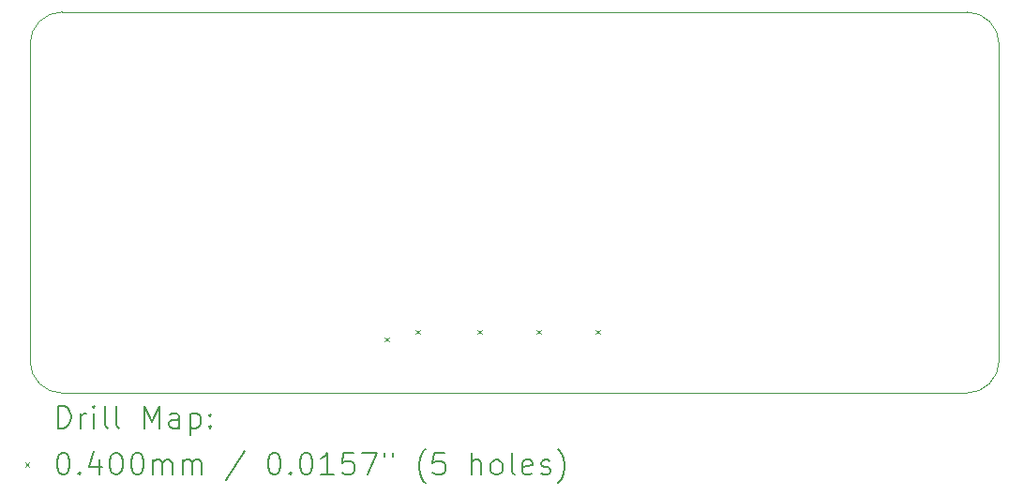
<source format=gbr>
%TF.GenerationSoftware,KiCad,Pcbnew,8.0.0*%
%TF.CreationDate,2024-12-06T13:07:06-06:00*%
%TF.ProjectId,led_segment,6c65645f-7365-4676-9d65-6e742e6b6963,rev?*%
%TF.SameCoordinates,Original*%
%TF.FileFunction,Drillmap*%
%TF.FilePolarity,Positive*%
%FSLAX45Y45*%
G04 Gerber Fmt 4.5, Leading zero omitted, Abs format (unit mm)*
G04 Created by KiCad (PCBNEW 8.0.0) date 2024-12-06 13:07:06*
%MOMM*%
%LPD*%
G01*
G04 APERTURE LIST*
%ADD10C,0.100000*%
%ADD11C,0.200000*%
G04 APERTURE END LIST*
D10*
X14560400Y-15437000D02*
X22726500Y-15437000D01*
X14268300Y-12287400D02*
G75*
G02*
X14560400Y-11995300I292100J0D01*
G01*
X23018600Y-15144900D02*
G75*
G02*
X22726500Y-15437000I-292100J0D01*
G01*
X22726500Y-11995300D02*
X14560400Y-11995300D01*
X14268300Y-15144900D02*
X14268300Y-12287400D01*
X14560400Y-15437000D02*
G75*
G02*
X14268300Y-15144900I0J292100D01*
G01*
X23018600Y-15144900D02*
X23018600Y-12287400D01*
X22726500Y-11995300D02*
G75*
G02*
X23018600Y-12287400I0J-292100D01*
G01*
D11*
D10*
X17472500Y-14932500D02*
X17512500Y-14972500D01*
X17512500Y-14932500D02*
X17472500Y-14972500D01*
X17751400Y-14865000D02*
X17791400Y-14905000D01*
X17791400Y-14865000D02*
X17751400Y-14905000D01*
X18310400Y-14864000D02*
X18350400Y-14904000D01*
X18350400Y-14864000D02*
X18310400Y-14904000D01*
X18842900Y-14864000D02*
X18882900Y-14904000D01*
X18882900Y-14864000D02*
X18842900Y-14904000D01*
X19375400Y-14864000D02*
X19415400Y-14904000D01*
X19415400Y-14864000D02*
X19375400Y-14904000D01*
D11*
X14524077Y-15753484D02*
X14524077Y-15553484D01*
X14524077Y-15553484D02*
X14571696Y-15553484D01*
X14571696Y-15553484D02*
X14600267Y-15563008D01*
X14600267Y-15563008D02*
X14619315Y-15582055D01*
X14619315Y-15582055D02*
X14628839Y-15601103D01*
X14628839Y-15601103D02*
X14638362Y-15639198D01*
X14638362Y-15639198D02*
X14638362Y-15667769D01*
X14638362Y-15667769D02*
X14628839Y-15705865D01*
X14628839Y-15705865D02*
X14619315Y-15724912D01*
X14619315Y-15724912D02*
X14600267Y-15743960D01*
X14600267Y-15743960D02*
X14571696Y-15753484D01*
X14571696Y-15753484D02*
X14524077Y-15753484D01*
X14724077Y-15753484D02*
X14724077Y-15620150D01*
X14724077Y-15658246D02*
X14733601Y-15639198D01*
X14733601Y-15639198D02*
X14743124Y-15629674D01*
X14743124Y-15629674D02*
X14762172Y-15620150D01*
X14762172Y-15620150D02*
X14781220Y-15620150D01*
X14847886Y-15753484D02*
X14847886Y-15620150D01*
X14847886Y-15553484D02*
X14838362Y-15563008D01*
X14838362Y-15563008D02*
X14847886Y-15572531D01*
X14847886Y-15572531D02*
X14857410Y-15563008D01*
X14857410Y-15563008D02*
X14847886Y-15553484D01*
X14847886Y-15553484D02*
X14847886Y-15572531D01*
X14971696Y-15753484D02*
X14952648Y-15743960D01*
X14952648Y-15743960D02*
X14943124Y-15724912D01*
X14943124Y-15724912D02*
X14943124Y-15553484D01*
X15076458Y-15753484D02*
X15057410Y-15743960D01*
X15057410Y-15743960D02*
X15047886Y-15724912D01*
X15047886Y-15724912D02*
X15047886Y-15553484D01*
X15305029Y-15753484D02*
X15305029Y-15553484D01*
X15305029Y-15553484D02*
X15371696Y-15696341D01*
X15371696Y-15696341D02*
X15438362Y-15553484D01*
X15438362Y-15553484D02*
X15438362Y-15753484D01*
X15619315Y-15753484D02*
X15619315Y-15648722D01*
X15619315Y-15648722D02*
X15609791Y-15629674D01*
X15609791Y-15629674D02*
X15590743Y-15620150D01*
X15590743Y-15620150D02*
X15552648Y-15620150D01*
X15552648Y-15620150D02*
X15533601Y-15629674D01*
X15619315Y-15743960D02*
X15600267Y-15753484D01*
X15600267Y-15753484D02*
X15552648Y-15753484D01*
X15552648Y-15753484D02*
X15533601Y-15743960D01*
X15533601Y-15743960D02*
X15524077Y-15724912D01*
X15524077Y-15724912D02*
X15524077Y-15705865D01*
X15524077Y-15705865D02*
X15533601Y-15686817D01*
X15533601Y-15686817D02*
X15552648Y-15677293D01*
X15552648Y-15677293D02*
X15600267Y-15677293D01*
X15600267Y-15677293D02*
X15619315Y-15667769D01*
X15714553Y-15620150D02*
X15714553Y-15820150D01*
X15714553Y-15629674D02*
X15733601Y-15620150D01*
X15733601Y-15620150D02*
X15771696Y-15620150D01*
X15771696Y-15620150D02*
X15790743Y-15629674D01*
X15790743Y-15629674D02*
X15800267Y-15639198D01*
X15800267Y-15639198D02*
X15809791Y-15658246D01*
X15809791Y-15658246D02*
X15809791Y-15715388D01*
X15809791Y-15715388D02*
X15800267Y-15734436D01*
X15800267Y-15734436D02*
X15790743Y-15743960D01*
X15790743Y-15743960D02*
X15771696Y-15753484D01*
X15771696Y-15753484D02*
X15733601Y-15753484D01*
X15733601Y-15753484D02*
X15714553Y-15743960D01*
X15895505Y-15734436D02*
X15905029Y-15743960D01*
X15905029Y-15743960D02*
X15895505Y-15753484D01*
X15895505Y-15753484D02*
X15885982Y-15743960D01*
X15885982Y-15743960D02*
X15895505Y-15734436D01*
X15895505Y-15734436D02*
X15895505Y-15753484D01*
X15895505Y-15629674D02*
X15905029Y-15639198D01*
X15905029Y-15639198D02*
X15895505Y-15648722D01*
X15895505Y-15648722D02*
X15885982Y-15639198D01*
X15885982Y-15639198D02*
X15895505Y-15629674D01*
X15895505Y-15629674D02*
X15895505Y-15648722D01*
D10*
X14223300Y-16062000D02*
X14263300Y-16102000D01*
X14263300Y-16062000D02*
X14223300Y-16102000D01*
D11*
X14562172Y-15973484D02*
X14581220Y-15973484D01*
X14581220Y-15973484D02*
X14600267Y-15983008D01*
X14600267Y-15983008D02*
X14609791Y-15992531D01*
X14609791Y-15992531D02*
X14619315Y-16011579D01*
X14619315Y-16011579D02*
X14628839Y-16049674D01*
X14628839Y-16049674D02*
X14628839Y-16097293D01*
X14628839Y-16097293D02*
X14619315Y-16135388D01*
X14619315Y-16135388D02*
X14609791Y-16154436D01*
X14609791Y-16154436D02*
X14600267Y-16163960D01*
X14600267Y-16163960D02*
X14581220Y-16173484D01*
X14581220Y-16173484D02*
X14562172Y-16173484D01*
X14562172Y-16173484D02*
X14543124Y-16163960D01*
X14543124Y-16163960D02*
X14533601Y-16154436D01*
X14533601Y-16154436D02*
X14524077Y-16135388D01*
X14524077Y-16135388D02*
X14514553Y-16097293D01*
X14514553Y-16097293D02*
X14514553Y-16049674D01*
X14514553Y-16049674D02*
X14524077Y-16011579D01*
X14524077Y-16011579D02*
X14533601Y-15992531D01*
X14533601Y-15992531D02*
X14543124Y-15983008D01*
X14543124Y-15983008D02*
X14562172Y-15973484D01*
X14714553Y-16154436D02*
X14724077Y-16163960D01*
X14724077Y-16163960D02*
X14714553Y-16173484D01*
X14714553Y-16173484D02*
X14705029Y-16163960D01*
X14705029Y-16163960D02*
X14714553Y-16154436D01*
X14714553Y-16154436D02*
X14714553Y-16173484D01*
X14895505Y-16040150D02*
X14895505Y-16173484D01*
X14847886Y-15963960D02*
X14800267Y-16106817D01*
X14800267Y-16106817D02*
X14924077Y-16106817D01*
X15038362Y-15973484D02*
X15057410Y-15973484D01*
X15057410Y-15973484D02*
X15076458Y-15983008D01*
X15076458Y-15983008D02*
X15085982Y-15992531D01*
X15085982Y-15992531D02*
X15095505Y-16011579D01*
X15095505Y-16011579D02*
X15105029Y-16049674D01*
X15105029Y-16049674D02*
X15105029Y-16097293D01*
X15105029Y-16097293D02*
X15095505Y-16135388D01*
X15095505Y-16135388D02*
X15085982Y-16154436D01*
X15085982Y-16154436D02*
X15076458Y-16163960D01*
X15076458Y-16163960D02*
X15057410Y-16173484D01*
X15057410Y-16173484D02*
X15038362Y-16173484D01*
X15038362Y-16173484D02*
X15019315Y-16163960D01*
X15019315Y-16163960D02*
X15009791Y-16154436D01*
X15009791Y-16154436D02*
X15000267Y-16135388D01*
X15000267Y-16135388D02*
X14990743Y-16097293D01*
X14990743Y-16097293D02*
X14990743Y-16049674D01*
X14990743Y-16049674D02*
X15000267Y-16011579D01*
X15000267Y-16011579D02*
X15009791Y-15992531D01*
X15009791Y-15992531D02*
X15019315Y-15983008D01*
X15019315Y-15983008D02*
X15038362Y-15973484D01*
X15228839Y-15973484D02*
X15247886Y-15973484D01*
X15247886Y-15973484D02*
X15266934Y-15983008D01*
X15266934Y-15983008D02*
X15276458Y-15992531D01*
X15276458Y-15992531D02*
X15285982Y-16011579D01*
X15285982Y-16011579D02*
X15295505Y-16049674D01*
X15295505Y-16049674D02*
X15295505Y-16097293D01*
X15295505Y-16097293D02*
X15285982Y-16135388D01*
X15285982Y-16135388D02*
X15276458Y-16154436D01*
X15276458Y-16154436D02*
X15266934Y-16163960D01*
X15266934Y-16163960D02*
X15247886Y-16173484D01*
X15247886Y-16173484D02*
X15228839Y-16173484D01*
X15228839Y-16173484D02*
X15209791Y-16163960D01*
X15209791Y-16163960D02*
X15200267Y-16154436D01*
X15200267Y-16154436D02*
X15190743Y-16135388D01*
X15190743Y-16135388D02*
X15181220Y-16097293D01*
X15181220Y-16097293D02*
X15181220Y-16049674D01*
X15181220Y-16049674D02*
X15190743Y-16011579D01*
X15190743Y-16011579D02*
X15200267Y-15992531D01*
X15200267Y-15992531D02*
X15209791Y-15983008D01*
X15209791Y-15983008D02*
X15228839Y-15973484D01*
X15381220Y-16173484D02*
X15381220Y-16040150D01*
X15381220Y-16059198D02*
X15390743Y-16049674D01*
X15390743Y-16049674D02*
X15409791Y-16040150D01*
X15409791Y-16040150D02*
X15438363Y-16040150D01*
X15438363Y-16040150D02*
X15457410Y-16049674D01*
X15457410Y-16049674D02*
X15466934Y-16068722D01*
X15466934Y-16068722D02*
X15466934Y-16173484D01*
X15466934Y-16068722D02*
X15476458Y-16049674D01*
X15476458Y-16049674D02*
X15495505Y-16040150D01*
X15495505Y-16040150D02*
X15524077Y-16040150D01*
X15524077Y-16040150D02*
X15543124Y-16049674D01*
X15543124Y-16049674D02*
X15552648Y-16068722D01*
X15552648Y-16068722D02*
X15552648Y-16173484D01*
X15647886Y-16173484D02*
X15647886Y-16040150D01*
X15647886Y-16059198D02*
X15657410Y-16049674D01*
X15657410Y-16049674D02*
X15676458Y-16040150D01*
X15676458Y-16040150D02*
X15705029Y-16040150D01*
X15705029Y-16040150D02*
X15724077Y-16049674D01*
X15724077Y-16049674D02*
X15733601Y-16068722D01*
X15733601Y-16068722D02*
X15733601Y-16173484D01*
X15733601Y-16068722D02*
X15743124Y-16049674D01*
X15743124Y-16049674D02*
X15762172Y-16040150D01*
X15762172Y-16040150D02*
X15790743Y-16040150D01*
X15790743Y-16040150D02*
X15809791Y-16049674D01*
X15809791Y-16049674D02*
X15819315Y-16068722D01*
X15819315Y-16068722D02*
X15819315Y-16173484D01*
X16209791Y-15963960D02*
X16038363Y-16221103D01*
X16466934Y-15973484D02*
X16485982Y-15973484D01*
X16485982Y-15973484D02*
X16505029Y-15983008D01*
X16505029Y-15983008D02*
X16514553Y-15992531D01*
X16514553Y-15992531D02*
X16524077Y-16011579D01*
X16524077Y-16011579D02*
X16533601Y-16049674D01*
X16533601Y-16049674D02*
X16533601Y-16097293D01*
X16533601Y-16097293D02*
X16524077Y-16135388D01*
X16524077Y-16135388D02*
X16514553Y-16154436D01*
X16514553Y-16154436D02*
X16505029Y-16163960D01*
X16505029Y-16163960D02*
X16485982Y-16173484D01*
X16485982Y-16173484D02*
X16466934Y-16173484D01*
X16466934Y-16173484D02*
X16447886Y-16163960D01*
X16447886Y-16163960D02*
X16438363Y-16154436D01*
X16438363Y-16154436D02*
X16428839Y-16135388D01*
X16428839Y-16135388D02*
X16419315Y-16097293D01*
X16419315Y-16097293D02*
X16419315Y-16049674D01*
X16419315Y-16049674D02*
X16428839Y-16011579D01*
X16428839Y-16011579D02*
X16438363Y-15992531D01*
X16438363Y-15992531D02*
X16447886Y-15983008D01*
X16447886Y-15983008D02*
X16466934Y-15973484D01*
X16619315Y-16154436D02*
X16628839Y-16163960D01*
X16628839Y-16163960D02*
X16619315Y-16173484D01*
X16619315Y-16173484D02*
X16609791Y-16163960D01*
X16609791Y-16163960D02*
X16619315Y-16154436D01*
X16619315Y-16154436D02*
X16619315Y-16173484D01*
X16752648Y-15973484D02*
X16771696Y-15973484D01*
X16771696Y-15973484D02*
X16790744Y-15983008D01*
X16790744Y-15983008D02*
X16800268Y-15992531D01*
X16800268Y-15992531D02*
X16809791Y-16011579D01*
X16809791Y-16011579D02*
X16819315Y-16049674D01*
X16819315Y-16049674D02*
X16819315Y-16097293D01*
X16819315Y-16097293D02*
X16809791Y-16135388D01*
X16809791Y-16135388D02*
X16800268Y-16154436D01*
X16800268Y-16154436D02*
X16790744Y-16163960D01*
X16790744Y-16163960D02*
X16771696Y-16173484D01*
X16771696Y-16173484D02*
X16752648Y-16173484D01*
X16752648Y-16173484D02*
X16733601Y-16163960D01*
X16733601Y-16163960D02*
X16724077Y-16154436D01*
X16724077Y-16154436D02*
X16714553Y-16135388D01*
X16714553Y-16135388D02*
X16705029Y-16097293D01*
X16705029Y-16097293D02*
X16705029Y-16049674D01*
X16705029Y-16049674D02*
X16714553Y-16011579D01*
X16714553Y-16011579D02*
X16724077Y-15992531D01*
X16724077Y-15992531D02*
X16733601Y-15983008D01*
X16733601Y-15983008D02*
X16752648Y-15973484D01*
X17009791Y-16173484D02*
X16895506Y-16173484D01*
X16952648Y-16173484D02*
X16952648Y-15973484D01*
X16952648Y-15973484D02*
X16933601Y-16002055D01*
X16933601Y-16002055D02*
X16914553Y-16021103D01*
X16914553Y-16021103D02*
X16895506Y-16030627D01*
X17190744Y-15973484D02*
X17095506Y-15973484D01*
X17095506Y-15973484D02*
X17085982Y-16068722D01*
X17085982Y-16068722D02*
X17095506Y-16059198D01*
X17095506Y-16059198D02*
X17114553Y-16049674D01*
X17114553Y-16049674D02*
X17162172Y-16049674D01*
X17162172Y-16049674D02*
X17181220Y-16059198D01*
X17181220Y-16059198D02*
X17190744Y-16068722D01*
X17190744Y-16068722D02*
X17200268Y-16087769D01*
X17200268Y-16087769D02*
X17200268Y-16135388D01*
X17200268Y-16135388D02*
X17190744Y-16154436D01*
X17190744Y-16154436D02*
X17181220Y-16163960D01*
X17181220Y-16163960D02*
X17162172Y-16173484D01*
X17162172Y-16173484D02*
X17114553Y-16173484D01*
X17114553Y-16173484D02*
X17095506Y-16163960D01*
X17095506Y-16163960D02*
X17085982Y-16154436D01*
X17266934Y-15973484D02*
X17400268Y-15973484D01*
X17400268Y-15973484D02*
X17314553Y-16173484D01*
X17466934Y-15973484D02*
X17466934Y-16011579D01*
X17543125Y-15973484D02*
X17543125Y-16011579D01*
X17838363Y-16249674D02*
X17828839Y-16240150D01*
X17828839Y-16240150D02*
X17809791Y-16211579D01*
X17809791Y-16211579D02*
X17800268Y-16192531D01*
X17800268Y-16192531D02*
X17790744Y-16163960D01*
X17790744Y-16163960D02*
X17781220Y-16116341D01*
X17781220Y-16116341D02*
X17781220Y-16078246D01*
X17781220Y-16078246D02*
X17790744Y-16030627D01*
X17790744Y-16030627D02*
X17800268Y-16002055D01*
X17800268Y-16002055D02*
X17809791Y-15983008D01*
X17809791Y-15983008D02*
X17828839Y-15954436D01*
X17828839Y-15954436D02*
X17838363Y-15944912D01*
X18009791Y-15973484D02*
X17914553Y-15973484D01*
X17914553Y-15973484D02*
X17905030Y-16068722D01*
X17905030Y-16068722D02*
X17914553Y-16059198D01*
X17914553Y-16059198D02*
X17933601Y-16049674D01*
X17933601Y-16049674D02*
X17981220Y-16049674D01*
X17981220Y-16049674D02*
X18000268Y-16059198D01*
X18000268Y-16059198D02*
X18009791Y-16068722D01*
X18009791Y-16068722D02*
X18019315Y-16087769D01*
X18019315Y-16087769D02*
X18019315Y-16135388D01*
X18019315Y-16135388D02*
X18009791Y-16154436D01*
X18009791Y-16154436D02*
X18000268Y-16163960D01*
X18000268Y-16163960D02*
X17981220Y-16173484D01*
X17981220Y-16173484D02*
X17933601Y-16173484D01*
X17933601Y-16173484D02*
X17914553Y-16163960D01*
X17914553Y-16163960D02*
X17905030Y-16154436D01*
X18257411Y-16173484D02*
X18257411Y-15973484D01*
X18343125Y-16173484D02*
X18343125Y-16068722D01*
X18343125Y-16068722D02*
X18333601Y-16049674D01*
X18333601Y-16049674D02*
X18314553Y-16040150D01*
X18314553Y-16040150D02*
X18285982Y-16040150D01*
X18285982Y-16040150D02*
X18266934Y-16049674D01*
X18266934Y-16049674D02*
X18257411Y-16059198D01*
X18466934Y-16173484D02*
X18447887Y-16163960D01*
X18447887Y-16163960D02*
X18438363Y-16154436D01*
X18438363Y-16154436D02*
X18428839Y-16135388D01*
X18428839Y-16135388D02*
X18428839Y-16078246D01*
X18428839Y-16078246D02*
X18438363Y-16059198D01*
X18438363Y-16059198D02*
X18447887Y-16049674D01*
X18447887Y-16049674D02*
X18466934Y-16040150D01*
X18466934Y-16040150D02*
X18495506Y-16040150D01*
X18495506Y-16040150D02*
X18514553Y-16049674D01*
X18514553Y-16049674D02*
X18524077Y-16059198D01*
X18524077Y-16059198D02*
X18533601Y-16078246D01*
X18533601Y-16078246D02*
X18533601Y-16135388D01*
X18533601Y-16135388D02*
X18524077Y-16154436D01*
X18524077Y-16154436D02*
X18514553Y-16163960D01*
X18514553Y-16163960D02*
X18495506Y-16173484D01*
X18495506Y-16173484D02*
X18466934Y-16173484D01*
X18647887Y-16173484D02*
X18628839Y-16163960D01*
X18628839Y-16163960D02*
X18619315Y-16144912D01*
X18619315Y-16144912D02*
X18619315Y-15973484D01*
X18800268Y-16163960D02*
X18781220Y-16173484D01*
X18781220Y-16173484D02*
X18743125Y-16173484D01*
X18743125Y-16173484D02*
X18724077Y-16163960D01*
X18724077Y-16163960D02*
X18714553Y-16144912D01*
X18714553Y-16144912D02*
X18714553Y-16068722D01*
X18714553Y-16068722D02*
X18724077Y-16049674D01*
X18724077Y-16049674D02*
X18743125Y-16040150D01*
X18743125Y-16040150D02*
X18781220Y-16040150D01*
X18781220Y-16040150D02*
X18800268Y-16049674D01*
X18800268Y-16049674D02*
X18809792Y-16068722D01*
X18809792Y-16068722D02*
X18809792Y-16087769D01*
X18809792Y-16087769D02*
X18714553Y-16106817D01*
X18885982Y-16163960D02*
X18905030Y-16173484D01*
X18905030Y-16173484D02*
X18943125Y-16173484D01*
X18943125Y-16173484D02*
X18962173Y-16163960D01*
X18962173Y-16163960D02*
X18971696Y-16144912D01*
X18971696Y-16144912D02*
X18971696Y-16135388D01*
X18971696Y-16135388D02*
X18962173Y-16116341D01*
X18962173Y-16116341D02*
X18943125Y-16106817D01*
X18943125Y-16106817D02*
X18914553Y-16106817D01*
X18914553Y-16106817D02*
X18895506Y-16097293D01*
X18895506Y-16097293D02*
X18885982Y-16078246D01*
X18885982Y-16078246D02*
X18885982Y-16068722D01*
X18885982Y-16068722D02*
X18895506Y-16049674D01*
X18895506Y-16049674D02*
X18914553Y-16040150D01*
X18914553Y-16040150D02*
X18943125Y-16040150D01*
X18943125Y-16040150D02*
X18962173Y-16049674D01*
X19038363Y-16249674D02*
X19047887Y-16240150D01*
X19047887Y-16240150D02*
X19066934Y-16211579D01*
X19066934Y-16211579D02*
X19076458Y-16192531D01*
X19076458Y-16192531D02*
X19085982Y-16163960D01*
X19085982Y-16163960D02*
X19095506Y-16116341D01*
X19095506Y-16116341D02*
X19095506Y-16078246D01*
X19095506Y-16078246D02*
X19085982Y-16030627D01*
X19085982Y-16030627D02*
X19076458Y-16002055D01*
X19076458Y-16002055D02*
X19066934Y-15983008D01*
X19066934Y-15983008D02*
X19047887Y-15954436D01*
X19047887Y-15954436D02*
X19038363Y-15944912D01*
M02*

</source>
